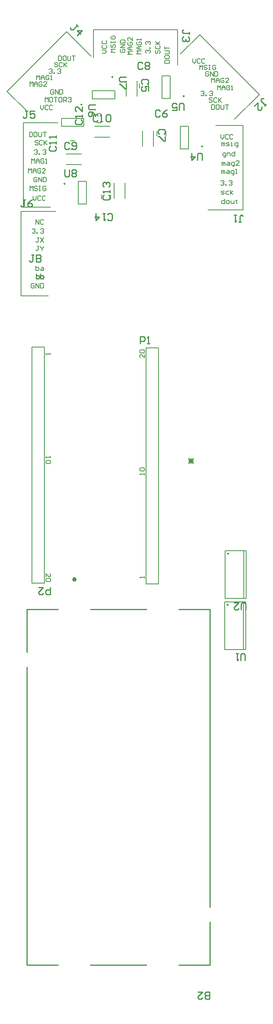
<source format=gbr>
G04*
G04 #@! TF.GenerationSoftware,Altium Limited,Altium Designer,22.11.1 (43)*
G04*
G04 Layer_Color=65535*
%FSLAX44Y44*%
%MOMM*%
G71*
G04*
G04 #@! TF.SameCoordinates,B6AE56F5-1224-44F4-9462-935C271CF011*
G04*
G04*
G04 #@! TF.FilePolarity,Positive*
G04*
G01*
G75*
%ADD10C,0.5000*%
%ADD11C,0.2500*%
%ADD12C,0.2000*%
%ADD13C,0.2540*%
%ADD14C,0.1524*%
D10*
X365150Y1132840D02*
G03*
X365150Y1132840I-2250J0D01*
G01*
D11*
X697250Y1078100D02*
G03*
X697250Y1078100I-1250J0D01*
G01*
X698250Y1188900D02*
G03*
X698250Y1188900I-1250J0D01*
G01*
X641750Y2070950D02*
G03*
X641750Y2070950I-1250J0D01*
G01*
X601750Y2179950D02*
G03*
X601750Y2179950I-1250J0D01*
G01*
X379300Y2161500D02*
G03*
X379300Y2161500I-1250J0D01*
G01*
X446650Y2221339D02*
G03*
X446650Y2221339I-1250J0D01*
G01*
X342750Y1990050D02*
G03*
X342750Y1990050I-1250J0D01*
G01*
X259570Y974850D02*
Y1068150D01*
X657370Y297550D02*
Y390850D01*
X259570Y297550D02*
X327470D01*
X589470D02*
X657370D01*
X259570Y1068150D02*
X327470D01*
X589470D02*
X657370D01*
X397780D02*
X519160D01*
X397780Y297550D02*
X519160D01*
X259570D02*
Y942850D01*
X657370Y422850D02*
Y1068150D01*
D12*
X670000Y2116000D02*
X729500D01*
Y1933000D02*
Y2116000D01*
X653500Y1933000D02*
X729500D01*
X270550Y1125000D02*
X297450D01*
Y1636000D01*
X270550D02*
X297450D01*
X270550Y1125000D02*
Y1636000D01*
X518550Y1634200D02*
X545450D01*
X518550Y1123200D02*
Y1634200D01*
Y1123200D02*
X545450D01*
Y1634200D01*
X498781Y2180110D02*
Y2213172D01*
X475219Y2180110D02*
Y2213172D01*
X542469Y2094515D02*
Y2103485D01*
X561531Y2094515D02*
Y2103485D01*
X534781Y2071110D02*
Y2104172D01*
X511219Y2071110D02*
Y2104172D01*
X504469Y2197515D02*
Y2206485D01*
X523531Y2197515D02*
Y2206485D01*
X345110Y2054781D02*
X378172D01*
X345110Y2031219D02*
X378172D01*
X406469Y2114781D02*
X439531D01*
X406469Y2091219D02*
X439531D01*
X354523Y2064469D02*
X363493D01*
X354523Y2083531D02*
X363493D01*
X411515Y2122469D02*
X420485D01*
X411515Y2141531D02*
X420485D01*
X449219Y1958469D02*
Y1991531D01*
X472781Y1958469D02*
Y1991531D01*
X441531Y1957515D02*
Y1966485D01*
X422469Y1957515D02*
Y1966485D01*
X710881Y2129785D02*
X764621Y2183525D01*
X635220Y2312926D02*
X764621Y2183525D01*
X593147Y2270853D02*
X635220Y2312926D01*
X587000Y2247500D02*
Y2323500D01*
X404000D02*
X587000D01*
X404000Y2264000D02*
Y2323500D01*
X345617Y2319763D02*
X399357Y2266023D01*
X216217Y2190362D02*
X345617Y2319763D01*
X216217Y2190362D02*
X258289Y2148289D01*
X251500Y2122000D02*
X327500D01*
X251500Y1939000D02*
Y2122000D01*
Y1939000D02*
X311000D01*
X246500Y1930000D02*
X322500D01*
X246500Y1747000D02*
Y1930000D01*
Y1747000D02*
X306000D01*
X730500Y980600D02*
Y1084600D01*
X689500Y1084600D02*
X735500D01*
X689500Y980600D02*
Y1084600D01*
Y980600D02*
X735500D01*
Y1084600D01*
X731500Y1091400D02*
Y1195400D01*
X690500Y1195400D02*
X736500D01*
X690500Y1091400D02*
Y1195400D01*
Y1091400D02*
X736500D01*
Y1195400D01*
X610790Y2065500D02*
Y2114500D01*
X593210D02*
X610790D01*
X593210Y2065500D02*
Y2114500D01*
Y2065500D02*
X610790D01*
X570790Y2174500D02*
Y2223500D01*
X553210D02*
X570790D01*
X553210Y2174500D02*
Y2223500D01*
Y2174500D02*
X570790D01*
X334500Y2131790D02*
X383500D01*
X334500Y2114210D02*
Y2131790D01*
Y2114210D02*
X383500D01*
Y2131790D01*
X401850Y2191630D02*
X450850D01*
X401850Y2174049D02*
Y2191630D01*
Y2174049D02*
X450850D01*
Y2191630D01*
X371210Y1946500D02*
Y1995500D01*
Y1946500D02*
X388790D01*
Y1995500D01*
X371210D02*
X388790D01*
X275665Y1772331D02*
X273998Y1773997D01*
X270666D01*
X269000Y1772331D01*
Y1765666D01*
X270666Y1764000D01*
X273998D01*
X275665Y1765666D01*
Y1768998D01*
X272332D01*
X278997Y1764000D02*
Y1773997D01*
X285661Y1764000D01*
Y1773997D01*
X288994D02*
Y1764000D01*
X293992D01*
X295658Y1765666D01*
Y1772331D01*
X293992Y1773997D01*
X288994D01*
X283664Y2082331D02*
X281998Y2083997D01*
X278666D01*
X277000Y2082331D01*
Y2080665D01*
X278666Y2078998D01*
X281998D01*
X283664Y2077332D01*
Y2075666D01*
X281998Y2074000D01*
X278666D01*
X277000Y2075666D01*
X293661Y2082331D02*
X291995Y2083997D01*
X288663D01*
X286997Y2082331D01*
Y2075666D01*
X288663Y2074000D01*
X291995D01*
X293661Y2075666D01*
X296994Y2083997D02*
Y2074000D01*
Y2077332D01*
X303658Y2083997D01*
X298660Y2078998D01*
X303658Y2074000D01*
X689665Y1956997D02*
Y1947000D01*
X684666D01*
X683000Y1948666D01*
Y1951998D01*
X684666Y1953665D01*
X689665D01*
X694663Y1947000D02*
X697995D01*
X699661Y1948666D01*
Y1951998D01*
X697995Y1953665D01*
X694663D01*
X692997Y1951998D01*
Y1948666D01*
X694663Y1947000D01*
X702994Y1953665D02*
Y1948666D01*
X704660Y1947000D01*
X709658D01*
Y1953665D01*
X714657Y1955331D02*
Y1953665D01*
X712990D01*
X716323D01*
X714657D01*
Y1948666D01*
X716323Y1947000D01*
X682000Y1967000D02*
X686998D01*
X688664Y1968666D01*
X686998Y1970332D01*
X683666D01*
X682000Y1971998D01*
X683666Y1973665D01*
X688664D01*
X698661D02*
X693663D01*
X691997Y1971998D01*
Y1968666D01*
X693663Y1967000D01*
X698661D01*
X701994D02*
Y1976997D01*
Y1970332D02*
X706992Y1973665D01*
X701994Y1970332D02*
X706992Y1967000D01*
X681000Y1995331D02*
X682666Y1996997D01*
X685998D01*
X687664Y1995331D01*
Y1993665D01*
X685998Y1991998D01*
X684332D01*
X685998D01*
X687664Y1990332D01*
Y1988666D01*
X685998Y1987000D01*
X682666D01*
X681000Y1988666D01*
X690997Y1987000D02*
Y1988666D01*
X692663D01*
Y1987000D01*
X690997D01*
X699327Y1995331D02*
X700993Y1996997D01*
X704326D01*
X705992Y1995331D01*
Y1993665D01*
X704326Y1991998D01*
X702660D01*
X704326D01*
X705992Y1990332D01*
Y1988666D01*
X704326Y1987000D01*
X700993D01*
X699327Y1988666D01*
X683000Y2012332D02*
Y2018997D01*
X684666D01*
X686332Y2017331D01*
Y2012332D01*
Y2017331D01*
X687998Y2018997D01*
X689665Y2017331D01*
Y2012332D01*
X694663Y2018997D02*
X697995D01*
X699661Y2017331D01*
Y2012332D01*
X694663D01*
X692997Y2013998D01*
X694663Y2015665D01*
X699661D01*
X706326Y2009000D02*
X707992D01*
X709658Y2010666D01*
Y2018997D01*
X704660D01*
X702994Y2017331D01*
Y2013998D01*
X704660Y2012332D01*
X709658D01*
X712990D02*
X716323D01*
X714657D01*
Y2022329D01*
X712990Y2020663D01*
X684000Y2030332D02*
Y2036997D01*
X685666D01*
X687332Y2035331D01*
Y2030332D01*
Y2035331D01*
X688998Y2036997D01*
X690665Y2035331D01*
Y2030332D01*
X695663Y2036997D02*
X698995D01*
X700661Y2035331D01*
Y2030332D01*
X695663D01*
X693997Y2031998D01*
X695663Y2033665D01*
X700661D01*
X707326Y2027000D02*
X708992D01*
X710658Y2028666D01*
Y2036997D01*
X705660D01*
X703994Y2035331D01*
Y2031998D01*
X705660Y2030332D01*
X710658D01*
X720655D02*
X713990D01*
X720655Y2036997D01*
Y2038663D01*
X718989Y2040329D01*
X715657D01*
X713990Y2038663D01*
X688332Y2047000D02*
X689998D01*
X691665Y2048666D01*
Y2056997D01*
X686666D01*
X685000Y2055331D01*
Y2051998D01*
X686666Y2050332D01*
X691665D01*
X694997D02*
Y2056997D01*
X699995D01*
X701661Y2055331D01*
Y2050332D01*
X711658Y2060329D02*
Y2050332D01*
X706660D01*
X704994Y2051998D01*
Y2055331D01*
X706660Y2056997D01*
X711658D01*
X683000Y2072332D02*
Y2078997D01*
X684666D01*
X686332Y2077331D01*
Y2072332D01*
Y2077331D01*
X687998Y2078997D01*
X689665Y2077331D01*
Y2072332D01*
X692997D02*
X697995D01*
X699661Y2073998D01*
X697995Y2075665D01*
X694663D01*
X692997Y2077331D01*
X694663Y2078997D01*
X699661D01*
X702994Y2072332D02*
X706326D01*
X704660D01*
Y2078997D01*
X702994D01*
X714657Y2069000D02*
X716323D01*
X717989Y2070666D01*
Y2078997D01*
X712990D01*
X711324Y2077331D01*
Y2073998D01*
X712990Y2072332D01*
X717989D01*
X681000Y2096997D02*
Y2090332D01*
X684332Y2087000D01*
X687664Y2090332D01*
Y2096997D01*
X697661Y2095331D02*
X695995Y2096997D01*
X692663D01*
X690997Y2095331D01*
Y2088666D01*
X692663Y2087000D01*
X695995D01*
X697661Y2088666D01*
X707658Y2095331D02*
X705992Y2096997D01*
X702660D01*
X700993Y2095331D01*
Y2088666D01*
X702660Y2087000D01*
X705992D01*
X707658Y2088666D01*
X638000Y2189331D02*
X639666Y2190997D01*
X642998D01*
X644665Y2189331D01*
Y2187664D01*
X642998Y2185998D01*
X641332D01*
X642998D01*
X644665Y2184332D01*
Y2182666D01*
X642998Y2181000D01*
X639666D01*
X638000Y2182666D01*
X647997Y2181000D02*
Y2182666D01*
X649663D01*
Y2181000D01*
X647997D01*
X656327Y2189331D02*
X657994Y2190997D01*
X661326D01*
X662992Y2189331D01*
Y2187664D01*
X661326Y2185998D01*
X659660D01*
X661326D01*
X662992Y2184332D01*
Y2182666D01*
X661326Y2181000D01*
X657994D01*
X656327Y2182666D01*
X662664Y2174331D02*
X660998Y2175997D01*
X657666D01*
X656000Y2174331D01*
Y2172664D01*
X657666Y2170998D01*
X660998D01*
X662664Y2169332D01*
Y2167666D01*
X660998Y2166000D01*
X657666D01*
X656000Y2167666D01*
X672661Y2174331D02*
X670995Y2175997D01*
X667663D01*
X665997Y2174331D01*
Y2167666D01*
X667663Y2166000D01*
X670995D01*
X672661Y2167666D01*
X675993Y2175997D02*
Y2166000D01*
Y2169332D01*
X682658Y2175997D01*
X677660Y2170998D01*
X682658Y2166000D01*
X661000Y2160997D02*
Y2151000D01*
X665998D01*
X667664Y2152666D01*
Y2159331D01*
X665998Y2160997D01*
X661000D01*
X675995D02*
X672663D01*
X670997Y2159331D01*
Y2152666D01*
X672663Y2151000D01*
X675995D01*
X677661Y2152666D01*
Y2159331D01*
X675995Y2160997D01*
X680994D02*
Y2152666D01*
X682660Y2151000D01*
X685992D01*
X687658Y2152666D01*
Y2160997D01*
X690990D02*
X697655D01*
X694323D01*
Y2151000D01*
X674000Y2193000D02*
Y2202997D01*
X677332Y2199664D01*
X680665Y2202997D01*
Y2193000D01*
X683997D02*
Y2199664D01*
X687329Y2202997D01*
X690661Y2199664D01*
Y2193000D01*
Y2197998D01*
X683997D01*
X700658Y2201331D02*
X698992Y2202997D01*
X695660D01*
X693994Y2201331D01*
Y2194666D01*
X695660Y2193000D01*
X698992D01*
X700658Y2194666D01*
Y2197998D01*
X697326D01*
X703990Y2193000D02*
X707323D01*
X705657D01*
Y2202997D01*
X703990Y2201331D01*
X661000Y2209000D02*
Y2218997D01*
X664332Y2215665D01*
X667664Y2218997D01*
Y2209000D01*
X670997D02*
Y2215665D01*
X674329Y2218997D01*
X677661Y2215665D01*
Y2209000D01*
Y2213998D01*
X670997D01*
X687658Y2217331D02*
X685992Y2218997D01*
X682660D01*
X680994Y2217331D01*
Y2210666D01*
X682660Y2209000D01*
X685992D01*
X687658Y2210666D01*
Y2213998D01*
X684326D01*
X697655Y2209000D02*
X690990D01*
X697655Y2215665D01*
Y2217331D01*
X695989Y2218997D01*
X692656D01*
X690990Y2217331D01*
X654665Y2231331D02*
X652998Y2232997D01*
X649666D01*
X648000Y2231331D01*
Y2224666D01*
X649666Y2223000D01*
X652998D01*
X654665Y2224666D01*
Y2227998D01*
X651332D01*
X657997Y2223000D02*
Y2232997D01*
X664661Y2223000D01*
Y2232997D01*
X667994D02*
Y2223000D01*
X672992D01*
X674658Y2224666D01*
Y2231331D01*
X672992Y2232997D01*
X667994D01*
X635000Y2237000D02*
Y2246997D01*
X638332Y2243665D01*
X641665Y2246997D01*
Y2237000D01*
X651661Y2245331D02*
X649995Y2246997D01*
X646663D01*
X644997Y2245331D01*
Y2243665D01*
X646663Y2241998D01*
X649995D01*
X651661Y2240332D01*
Y2238666D01*
X649995Y2237000D01*
X646663D01*
X644997Y2238666D01*
X654994Y2246997D02*
X658326D01*
X656660D01*
Y2237000D01*
X654994D01*
X658326D01*
X669989Y2245331D02*
X668323Y2246997D01*
X664990D01*
X663324Y2245331D01*
Y2238666D01*
X664990Y2237000D01*
X668323D01*
X669989Y2238666D01*
Y2241998D01*
X666656D01*
X620000Y2260997D02*
Y2254332D01*
X623332Y2251000D01*
X626665Y2254332D01*
Y2260997D01*
X636661Y2259331D02*
X634995Y2260997D01*
X631663D01*
X629997Y2259331D01*
Y2252666D01*
X631663Y2251000D01*
X634995D01*
X636661Y2252666D01*
X646658Y2259331D02*
X644992Y2260997D01*
X641660D01*
X639994Y2259331D01*
Y2252666D01*
X641660Y2251000D01*
X644992D01*
X646658Y2252666D01*
X559003Y2251000D02*
X569000D01*
Y2255998D01*
X567334Y2257664D01*
X560669D01*
X559003Y2255998D01*
Y2251000D01*
Y2265995D02*
Y2262663D01*
X560669Y2260997D01*
X567334D01*
X569000Y2262663D01*
Y2265995D01*
X567334Y2267661D01*
X560669D01*
X559003Y2265995D01*
Y2270994D02*
X567334D01*
X569000Y2272660D01*
Y2275992D01*
X567334Y2277658D01*
X559003D01*
Y2280990D02*
Y2287655D01*
Y2284323D01*
X569000D01*
X540669Y2278665D02*
X539003Y2276998D01*
Y2273666D01*
X540669Y2272000D01*
X542335D01*
X544002Y2273666D01*
Y2276998D01*
X545668Y2278665D01*
X547334D01*
X549000Y2276998D01*
Y2273666D01*
X547334Y2272000D01*
X540669Y2288661D02*
X539003Y2286995D01*
Y2283663D01*
X540669Y2281997D01*
X547334D01*
X549000Y2283663D01*
Y2286995D01*
X547334Y2288661D01*
X539003Y2291994D02*
X549000D01*
X545668D01*
X539003Y2298658D01*
X544002Y2293660D01*
X549000Y2298658D01*
X519669Y2273000D02*
X518003Y2274666D01*
Y2277998D01*
X519669Y2279664D01*
X521335D01*
X523002Y2277998D01*
Y2276332D01*
Y2277998D01*
X524668Y2279664D01*
X526334D01*
X528000Y2277998D01*
Y2274666D01*
X526334Y2273000D01*
X528000Y2282997D02*
X526334D01*
Y2284663D01*
X528000D01*
Y2282997D01*
X519669Y2291327D02*
X518003Y2292994D01*
Y2296326D01*
X519669Y2297992D01*
X521335D01*
X523002Y2296326D01*
Y2294660D01*
Y2296326D01*
X524668Y2297992D01*
X526334D01*
X528000Y2296326D01*
Y2292994D01*
X526334Y2291327D01*
X508000Y2271000D02*
X498003D01*
X501335Y2274332D01*
X498003Y2277664D01*
X508000D01*
Y2280997D02*
X501335D01*
X498003Y2284329D01*
X501335Y2287661D01*
X508000D01*
X503002D01*
Y2280997D01*
X499669Y2297658D02*
X498003Y2295992D01*
Y2292660D01*
X499669Y2290994D01*
X506334D01*
X508000Y2292660D01*
Y2295992D01*
X506334Y2297658D01*
X503002D01*
Y2294326D01*
X508000Y2300990D02*
Y2304323D01*
Y2302657D01*
X498003D01*
X499669Y2300990D01*
X489000Y2270000D02*
X479003D01*
X482336Y2273332D01*
X479003Y2276664D01*
X489000D01*
Y2279997D02*
X482336D01*
X479003Y2283329D01*
X482336Y2286661D01*
X489000D01*
X484002D01*
Y2279997D01*
X480669Y2296658D02*
X479003Y2294992D01*
Y2291660D01*
X480669Y2289994D01*
X487334D01*
X489000Y2291660D01*
Y2294992D01*
X487334Y2296658D01*
X484002D01*
Y2293326D01*
X489000Y2306655D02*
Y2299990D01*
X482336Y2306655D01*
X480669D01*
X479003Y2304989D01*
Y2301656D01*
X480669Y2299990D01*
X464669Y2281664D02*
X463003Y2279998D01*
Y2276666D01*
X464669Y2275000D01*
X471334D01*
X473000Y2276666D01*
Y2279998D01*
X471334Y2281664D01*
X468002D01*
Y2278332D01*
X473000Y2284997D02*
X463003D01*
X473000Y2291661D01*
X463003D01*
Y2294994D02*
X473000D01*
Y2299992D01*
X471334Y2301658D01*
X464669D01*
X463003Y2299992D01*
Y2294994D01*
X452000Y2275000D02*
X442003D01*
X445336Y2278332D01*
X442003Y2281664D01*
X452000D01*
X443669Y2291661D02*
X442003Y2289995D01*
Y2286663D01*
X443669Y2284997D01*
X445336D01*
X447002Y2286663D01*
Y2289995D01*
X448668Y2291661D01*
X450334D01*
X452000Y2289995D01*
Y2286663D01*
X450334Y2284997D01*
X442003Y2294993D02*
Y2298326D01*
Y2296660D01*
X452000D01*
Y2294993D01*
Y2298326D01*
X443669Y2309989D02*
X442003Y2308322D01*
Y2304990D01*
X443669Y2303324D01*
X450334D01*
X452000Y2304990D01*
Y2308322D01*
X450334Y2309989D01*
X447002D01*
Y2306656D01*
X423003Y2273000D02*
X429668D01*
X433000Y2276332D01*
X429668Y2279664D01*
X423003D01*
X424669Y2289661D02*
X423003Y2287995D01*
Y2284663D01*
X424669Y2282997D01*
X431334D01*
X433000Y2284663D01*
Y2287995D01*
X431334Y2289661D01*
X424669Y2299658D02*
X423003Y2297992D01*
Y2294660D01*
X424669Y2292994D01*
X431334D01*
X433000Y2294660D01*
Y2297992D01*
X431334Y2299658D01*
X328000Y2266997D02*
Y2257000D01*
X332998D01*
X334664Y2258666D01*
Y2265331D01*
X332998Y2266997D01*
X328000D01*
X342995D02*
X339663D01*
X337997Y2265331D01*
Y2258666D01*
X339663Y2257000D01*
X342995D01*
X344661Y2258666D01*
Y2265331D01*
X342995Y2266997D01*
X347994D02*
Y2258666D01*
X349660Y2257000D01*
X352992D01*
X354658Y2258666D01*
Y2266997D01*
X357990D02*
X364655D01*
X361323D01*
Y2257000D01*
X326665Y2251331D02*
X324998Y2252997D01*
X321666D01*
X320000Y2251331D01*
Y2249664D01*
X321666Y2247998D01*
X324998D01*
X326665Y2246332D01*
Y2244666D01*
X324998Y2243000D01*
X321666D01*
X320000Y2244666D01*
X336661Y2251331D02*
X334995Y2252997D01*
X331663D01*
X329997Y2251331D01*
Y2244666D01*
X331663Y2243000D01*
X334995D01*
X336661Y2244666D01*
X339994Y2252997D02*
Y2243000D01*
Y2246332D01*
X346658Y2252997D01*
X341660Y2247998D01*
X346658Y2243000D01*
X308000Y2237331D02*
X309666Y2238997D01*
X312998D01*
X314664Y2237331D01*
Y2235665D01*
X312998Y2233998D01*
X311332D01*
X312998D01*
X314664Y2232332D01*
Y2230666D01*
X312998Y2229000D01*
X309666D01*
X308000Y2230666D01*
X317997Y2229000D02*
Y2230666D01*
X319663D01*
Y2229000D01*
X317997D01*
X326327Y2237331D02*
X327994Y2238997D01*
X331326D01*
X332992Y2237331D01*
Y2235665D01*
X331326Y2233998D01*
X329660D01*
X331326D01*
X332992Y2232332D01*
Y2230666D01*
X331326Y2229000D01*
X327994D01*
X326327Y2230666D01*
X281000Y2215000D02*
Y2224997D01*
X284332Y2221664D01*
X287665Y2224997D01*
Y2215000D01*
X290997D02*
Y2221664D01*
X294329Y2224997D01*
X297661Y2221664D01*
Y2215000D01*
Y2219998D01*
X290997D01*
X307658Y2223331D02*
X305992Y2224997D01*
X302660D01*
X300994Y2223331D01*
Y2216666D01*
X302660Y2215000D01*
X305992D01*
X307658Y2216666D01*
Y2219998D01*
X304326D01*
X310990Y2215000D02*
X314323D01*
X312656D01*
Y2224997D01*
X310990Y2223331D01*
X266000Y2201000D02*
Y2210997D01*
X269332Y2207664D01*
X272665Y2210997D01*
Y2201000D01*
X275997D02*
Y2207664D01*
X279329Y2210997D01*
X282661Y2207664D01*
Y2201000D01*
Y2205998D01*
X275997D01*
X292658Y2209331D02*
X290992Y2210997D01*
X287660D01*
X285994Y2209331D01*
Y2202666D01*
X287660Y2201000D01*
X290992D01*
X292658Y2202666D01*
Y2205998D01*
X289326D01*
X302655Y2201000D02*
X295990D01*
X302655Y2207664D01*
Y2209331D01*
X300989Y2210997D01*
X297656D01*
X295990Y2209331D01*
X317665Y2192331D02*
X315998Y2193997D01*
X312666D01*
X311000Y2192331D01*
Y2185666D01*
X312666Y2184000D01*
X315998D01*
X317665Y2185666D01*
Y2188998D01*
X314332D01*
X320997Y2184000D02*
Y2193997D01*
X327661Y2184000D01*
Y2193997D01*
X330993D02*
Y2184000D01*
X335992D01*
X337658Y2185666D01*
Y2192331D01*
X335992Y2193997D01*
X330993D01*
X299000Y2167000D02*
Y2176997D01*
X302332Y2173665D01*
X305665Y2176997D01*
Y2167000D01*
X313995Y2176997D02*
X310663D01*
X308997Y2175331D01*
Y2168666D01*
X310663Y2167000D01*
X313995D01*
X315661Y2168666D01*
Y2175331D01*
X313995Y2176997D01*
X318993D02*
X325658D01*
X322326D01*
Y2167000D01*
X333989Y2176997D02*
X330657D01*
X328990Y2175331D01*
Y2168666D01*
X330657Y2167000D01*
X333989D01*
X335655Y2168666D01*
Y2175331D01*
X333989Y2176997D01*
X338987Y2167000D02*
Y2176997D01*
X343985D01*
X345652Y2175331D01*
Y2171998D01*
X343985Y2170332D01*
X338987D01*
X342319D02*
X345652Y2167000D01*
X348984Y2175331D02*
X350650Y2176997D01*
X353982D01*
X355648Y2175331D01*
Y2173665D01*
X353982Y2171998D01*
X352316D01*
X353982D01*
X355648Y2170332D01*
Y2168666D01*
X353982Y2167000D01*
X350650D01*
X348984Y2168666D01*
X289000Y2159997D02*
Y2153332D01*
X292332Y2150000D01*
X295665Y2153332D01*
Y2159997D01*
X305661Y2158331D02*
X303995Y2159997D01*
X300663D01*
X298997Y2158331D01*
Y2151666D01*
X300663Y2150000D01*
X303995D01*
X305661Y2151666D01*
X315658Y2158331D02*
X313992Y2159997D01*
X310660D01*
X308994Y2158331D01*
Y2151666D01*
X310660Y2150000D01*
X313992D01*
X315658Y2151666D01*
X265000Y2101997D02*
Y2092000D01*
X269998D01*
X271665Y2093666D01*
Y2100331D01*
X269998Y2101997D01*
X265000D01*
X279995D02*
X276663D01*
X274997Y2100331D01*
Y2093666D01*
X276663Y2092000D01*
X279995D01*
X281661Y2093666D01*
Y2100331D01*
X279995Y2101997D01*
X284994D02*
Y2093666D01*
X286660Y2092000D01*
X289992D01*
X291658Y2093666D01*
Y2101997D01*
X294990D02*
X301655D01*
X298323D01*
Y2092000D01*
X276000Y2062331D02*
X277666Y2063997D01*
X280998D01*
X282665Y2062331D01*
Y2060665D01*
X280998Y2058998D01*
X279332D01*
X280998D01*
X282665Y2057332D01*
Y2055666D01*
X280998Y2054000D01*
X277666D01*
X276000Y2055666D01*
X285997Y2054000D02*
Y2055666D01*
X287663D01*
Y2054000D01*
X285997D01*
X294327Y2062331D02*
X295994Y2063997D01*
X299326D01*
X300992Y2062331D01*
Y2060665D01*
X299326Y2058998D01*
X297660D01*
X299326D01*
X300992Y2057332D01*
Y2055666D01*
X299326Y2054000D01*
X295994D01*
X294327Y2055666D01*
X270000Y2034000D02*
Y2043997D01*
X273332Y2040665D01*
X276665Y2043997D01*
Y2034000D01*
X279997D02*
Y2040665D01*
X283329Y2043997D01*
X286661Y2040665D01*
Y2034000D01*
Y2038998D01*
X279997D01*
X296658Y2042331D02*
X294992Y2043997D01*
X291660D01*
X289994Y2042331D01*
Y2035666D01*
X291660Y2034000D01*
X294992D01*
X296658Y2035666D01*
Y2038998D01*
X293326D01*
X299990Y2034000D02*
X303323D01*
X301656D01*
Y2043997D01*
X299990Y2042331D01*
X263000Y2013000D02*
Y2022997D01*
X266332Y2019664D01*
X269664Y2022997D01*
Y2013000D01*
X272997D02*
Y2019664D01*
X276329Y2022997D01*
X279661Y2019664D01*
Y2013000D01*
Y2017998D01*
X272997D01*
X289658Y2021331D02*
X287992Y2022997D01*
X284660D01*
X282994Y2021331D01*
Y2014666D01*
X284660Y2013000D01*
X287992D01*
X289658Y2014666D01*
Y2017998D01*
X286326D01*
X299655Y2013000D02*
X292990D01*
X299655Y2019664D01*
Y2021331D01*
X297989Y2022997D01*
X294657D01*
X292990Y2021331D01*
X281665Y2002331D02*
X279998Y2003997D01*
X276666D01*
X275000Y2002331D01*
Y1995666D01*
X276666Y1994000D01*
X279998D01*
X281665Y1995666D01*
Y1998998D01*
X278332D01*
X284997Y1994000D02*
Y2003997D01*
X291661Y1994000D01*
Y2003997D01*
X294993D02*
Y1994000D01*
X299992D01*
X301658Y1995666D01*
Y2002331D01*
X299992Y2003997D01*
X294993D01*
X266000Y1975000D02*
Y1984997D01*
X269332Y1981664D01*
X272665Y1984997D01*
Y1975000D01*
X282661Y1983331D02*
X280995Y1984997D01*
X277663D01*
X275997Y1983331D01*
Y1981664D01*
X277663Y1979998D01*
X280995D01*
X282661Y1978332D01*
Y1976666D01*
X280995Y1975000D01*
X277663D01*
X275997Y1976666D01*
X285994Y1984997D02*
X289326D01*
X287660D01*
Y1975000D01*
X285994D01*
X289326D01*
X300989Y1983331D02*
X299323Y1984997D01*
X295990D01*
X294324Y1983331D01*
Y1976666D01*
X295990Y1975000D01*
X299323D01*
X300989Y1976666D01*
Y1979998D01*
X297656D01*
X273000Y1963997D02*
Y1957332D01*
X276332Y1954000D01*
X279664Y1957332D01*
Y1963997D01*
X289661Y1962331D02*
X287995Y1963997D01*
X284663D01*
X282997Y1962331D01*
Y1955666D01*
X284663Y1954000D01*
X287995D01*
X289661Y1955666D01*
X299658Y1962331D02*
X297992Y1963997D01*
X294660D01*
X292994Y1962331D01*
Y1955666D01*
X294660Y1954000D01*
X297992D01*
X299658Y1955666D01*
X279000Y1902000D02*
Y1911997D01*
X285665Y1902000D01*
Y1911997D01*
X295661Y1910331D02*
X293995Y1911997D01*
X290663D01*
X288997Y1910331D01*
Y1903666D01*
X290663Y1902000D01*
X293995D01*
X295661Y1903666D01*
X271000Y1891331D02*
X272666Y1892997D01*
X275998D01*
X277665Y1891331D01*
Y1889664D01*
X275998Y1887998D01*
X274332D01*
X275998D01*
X277665Y1886332D01*
Y1884666D01*
X275998Y1883000D01*
X272666D01*
X271000Y1884666D01*
X280997Y1883000D02*
Y1884666D01*
X282663D01*
Y1883000D01*
X280997D01*
X289327Y1891331D02*
X290994Y1892997D01*
X294326D01*
X295992Y1891331D01*
Y1889664D01*
X294326Y1887998D01*
X292660D01*
X294326D01*
X295992Y1886332D01*
Y1884666D01*
X294326Y1883000D01*
X290994D01*
X289327Y1884666D01*
X285665Y1872997D02*
X282332D01*
X283998D01*
Y1864666D01*
X282332Y1863000D01*
X280666D01*
X279000Y1864666D01*
X288997Y1872997D02*
X295661Y1863000D01*
Y1872997D02*
X288997Y1863000D01*
X285665Y1854997D02*
X282332D01*
X283998D01*
Y1846666D01*
X282332Y1845000D01*
X280666D01*
X279000Y1846666D01*
X288997Y1854997D02*
Y1853331D01*
X292329Y1849998D01*
X295661Y1853331D01*
Y1854997D01*
X292329Y1849998D02*
Y1845000D01*
X279000Y1811997D02*
Y1802000D01*
X283998D01*
X285665Y1803666D01*
Y1805332D01*
Y1806998D01*
X283998Y1808665D01*
X279000D01*
X290663D02*
X293995D01*
X295661Y1806998D01*
Y1802000D01*
X290663D01*
X288997Y1803666D01*
X290663Y1805332D01*
X295661D01*
D13*
X274697Y1835775D02*
X269618D01*
X272157D01*
Y1823079D01*
X269618Y1820540D01*
X267079D01*
X264540Y1823079D01*
X279775Y1835775D02*
Y1820540D01*
X287393D01*
X289932Y1823079D01*
Y1825618D01*
X287393Y1828158D01*
X279775D01*
X287393D01*
X289932Y1830697D01*
Y1833236D01*
X287393Y1835775D01*
X279775D01*
X279540Y1794537D02*
Y1784540D01*
X284538D01*
X286204Y1786206D01*
Y1787872D01*
Y1789538D01*
X284538Y1791205D01*
X279540D01*
X289537Y1794537D02*
Y1784540D01*
X294535D01*
X296201Y1786206D01*
Y1787872D01*
Y1789538D01*
X294535Y1791205D01*
X289537D01*
X611055Y1384491D02*
X621212Y1394648D01*
Y1384491D02*
X611055Y1394648D01*
X616133Y1384491D02*
Y1394648D01*
X621212Y1389569D02*
X611055D01*
X310035Y1115197D02*
Y1099962D01*
X302417D01*
X299878Y1102501D01*
Y1107579D01*
X302417Y1110119D01*
X310035D01*
X284643Y1115197D02*
X294800D01*
X284643Y1105040D01*
Y1102501D01*
X287182Y1099962D01*
X292261D01*
X294800Y1102501D01*
X505965Y1644003D02*
Y1659238D01*
X513582D01*
X516122Y1656699D01*
Y1651620D01*
X513582Y1649081D01*
X505965D01*
X521200Y1644003D02*
X526278D01*
X523739D01*
Y1659238D01*
X521200Y1656699D01*
X656927Y223906D02*
Y239141D01*
X649309D01*
X646770Y236602D01*
Y234063D01*
X649309Y231523D01*
X656927D01*
X649309D01*
X646770Y228984D01*
Y226445D01*
X649309Y223906D01*
X656927D01*
X631535Y239141D02*
X641692D01*
X631535Y228984D01*
Y226445D01*
X634074Y223906D01*
X639153D01*
X641692Y226445D01*
X521159Y2206423D02*
X523698Y2208962D01*
Y2214040D01*
X521159Y2216580D01*
X511002D01*
X508463Y2214040D01*
Y2208962D01*
X511002Y2206423D01*
X523698Y2191188D02*
Y2201344D01*
X516081D01*
X518620Y2196266D01*
Y2193727D01*
X516081Y2191188D01*
X511002D01*
X508463Y2193727D01*
Y2198805D01*
X511002Y2201344D01*
X549076Y2147891D02*
X546536Y2150430D01*
X541458D01*
X538919Y2147891D01*
Y2137734D01*
X541458Y2135195D01*
X546536D01*
X549076Y2137734D01*
X564311Y2150430D02*
X559232Y2147891D01*
X554154Y2142812D01*
Y2137734D01*
X556693Y2135195D01*
X561772D01*
X564311Y2137734D01*
Y2140273D01*
X561772Y2142812D01*
X554154D01*
X557159Y2097423D02*
X559698Y2099962D01*
Y2105040D01*
X557159Y2107580D01*
X547002D01*
X544463Y2105040D01*
Y2099962D01*
X547002Y2097423D01*
X559698Y2092345D02*
Y2082188D01*
X557159D01*
X547002Y2092345D01*
X544463D01*
X511076Y2250891D02*
X508536Y2253430D01*
X503458D01*
X500919Y2250891D01*
Y2240734D01*
X503458Y2238195D01*
X508536D01*
X511076Y2240734D01*
X516154Y2250891D02*
X518693Y2253430D01*
X523772D01*
X526311Y2250891D01*
Y2248352D01*
X523772Y2245813D01*
X526311Y2243273D01*
Y2240734D01*
X523772Y2238195D01*
X518693D01*
X516154Y2240734D01*
Y2243273D01*
X518693Y2245813D01*
X516154Y2248352D01*
Y2250891D01*
X518693Y2245813D02*
X523772D01*
X351858Y2077159D02*
X349319Y2079698D01*
X344241D01*
X341702Y2077159D01*
Y2067002D01*
X344241Y2064463D01*
X349319D01*
X351858Y2067002D01*
X356937D02*
X359476Y2064463D01*
X364554D01*
X367093Y2067002D01*
Y2077159D01*
X364554Y2079698D01*
X359476D01*
X356937Y2077159D01*
Y2074620D01*
X359476Y2072081D01*
X367093D01*
X413218Y2137159D02*
X410678Y2139698D01*
X405600D01*
X403061Y2137159D01*
Y2127002D01*
X405600Y2124463D01*
X410678D01*
X413218Y2127002D01*
X418296Y2124463D02*
X423374D01*
X420835D01*
Y2139698D01*
X418296Y2137159D01*
X430992D02*
X433531Y2139698D01*
X438610D01*
X441149Y2137159D01*
Y2127002D01*
X438610Y2124463D01*
X433531D01*
X430992Y2127002D01*
Y2137159D01*
X310117Y2071076D02*
X307578Y2068537D01*
Y2063458D01*
X310117Y2060919D01*
X320274D01*
X322813Y2063458D01*
Y2068537D01*
X320274Y2071076D01*
X322813Y2076154D02*
Y2081232D01*
Y2078693D01*
X307578D01*
X310117Y2076154D01*
X322813Y2088850D02*
Y2093928D01*
Y2091389D01*
X307578D01*
X310117Y2088850D01*
X367109Y2129076D02*
X364570Y2126537D01*
Y2121458D01*
X367109Y2118919D01*
X377266D01*
X379805Y2121458D01*
Y2126537D01*
X377266Y2129076D01*
X379805Y2134154D02*
Y2139232D01*
Y2136693D01*
X364570D01*
X367109Y2134154D01*
X379805Y2157007D02*
Y2146850D01*
X369648Y2157007D01*
X367109D01*
X364570Y2154467D01*
Y2149389D01*
X367109Y2146850D01*
X426841Y1965218D02*
X424302Y1962679D01*
Y1957600D01*
X426841Y1955061D01*
X436998D01*
X439537Y1957600D01*
Y1962679D01*
X436998Y1965218D01*
X439537Y1970296D02*
Y1975374D01*
Y1972835D01*
X424302D01*
X426841Y1970296D01*
Y1982992D02*
X424302Y1985531D01*
Y1990609D01*
X426841Y1993149D01*
X429380D01*
X431919Y1990609D01*
Y1988070D01*
Y1990609D01*
X434459Y1993149D01*
X436998D01*
X439537Y1990609D01*
Y1985531D01*
X436998Y1982992D01*
X434924Y1913109D02*
X437463Y1910570D01*
X442542D01*
X445081Y1913109D01*
Y1923266D01*
X442542Y1925805D01*
X437463D01*
X434924Y1923266D01*
X429846Y1925805D02*
X424768D01*
X427307D01*
Y1910570D01*
X429846Y1913109D01*
X409533Y1925805D02*
Y1910570D01*
X417150Y1918188D01*
X406993D01*
X719660Y1907410D02*
X724739D01*
X722199D01*
Y1920106D01*
X724739Y1922645D01*
X727278D01*
X729817Y1920106D01*
X714582Y1922645D02*
X709504D01*
X712043D01*
Y1907410D01*
X714582Y1909949D01*
X775758Y2158472D02*
X779349Y2162063D01*
X777553Y2160268D01*
X768576Y2169245D01*
Y2172836D01*
X770371Y2174632D01*
X773962D01*
X754212Y2158472D02*
X761394Y2165654D01*
Y2151290D01*
X763189Y2149495D01*
X766780D01*
X770371Y2153086D01*
Y2156677D01*
X612590Y2313660D02*
Y2318739D01*
Y2316199D01*
X599894D01*
X597355Y2318739D01*
Y2321278D01*
X599894Y2323817D01*
X610051Y2308582D02*
X612590Y2306043D01*
Y2300964D01*
X610051Y2298425D01*
X607512D01*
X604973Y2300964D01*
Y2303504D01*
Y2300964D01*
X602433Y2298425D01*
X599894D01*
X597355Y2300964D01*
Y2306043D01*
X599894Y2308582D01*
X370670Y2330900D02*
X367079Y2334491D01*
X368874Y2332695D01*
X359897Y2323718D01*
X356306D01*
X354510Y2325513D01*
Y2329104D01*
X368874Y2311150D02*
X379647Y2321923D01*
X368874D01*
X376056Y2314741D01*
X261340Y2147590D02*
X256261D01*
X258801D01*
Y2134894D01*
X256261Y2132355D01*
X253722D01*
X251183Y2134894D01*
X276575Y2147590D02*
X266418D01*
Y2139973D01*
X271496Y2142512D01*
X274036D01*
X276575Y2139973D01*
Y2134894D01*
X274036Y2132355D01*
X268957D01*
X266418Y2134894D01*
X256340Y1955590D02*
X251261D01*
X253801D01*
Y1942894D01*
X251261Y1940355D01*
X248722D01*
X246183Y1942894D01*
X271575Y1955590D02*
X266496Y1953051D01*
X261418Y1947973D01*
Y1942894D01*
X263957Y1940355D01*
X269036D01*
X271575Y1942894D01*
Y1945433D01*
X269036Y1947973D01*
X261418D01*
X734051Y956786D02*
Y969482D01*
X731512Y972021D01*
X726433D01*
X723894Y969482D01*
Y956786D01*
X718816Y972021D02*
X713738D01*
X716277D01*
Y956786D01*
X718816Y959325D01*
X735051Y1067586D02*
Y1080282D01*
X732512Y1082821D01*
X727433D01*
X724894Y1080282D01*
Y1067586D01*
X709659Y1082821D02*
X719816D01*
X709659Y1072664D01*
Y1070125D01*
X712198Y1067586D01*
X717277D01*
X719816Y1070125D01*
X640481Y2040602D02*
Y2053298D01*
X637942Y2055837D01*
X632864D01*
X630324Y2053298D01*
Y2040602D01*
X617628Y2055837D02*
Y2040602D01*
X625246Y2048219D01*
X615089D01*
X600481Y2149602D02*
Y2162298D01*
X597942Y2164837D01*
X592864D01*
X590324Y2162298D01*
Y2149602D01*
X575089D02*
X585246D01*
Y2157219D01*
X580168Y2154680D01*
X577628D01*
X575089Y2157219D01*
Y2162298D01*
X577628Y2164837D01*
X582707D01*
X585246Y2162298D01*
X408398Y2161481D02*
X395702D01*
X393163Y2158942D01*
Y2153863D01*
X395702Y2151324D01*
X408398D01*
Y2136089D02*
X405859Y2141167D01*
X400781Y2146246D01*
X395702D01*
X393163Y2143707D01*
Y2138628D01*
X395702Y2136089D01*
X398241D01*
X400781Y2138628D01*
Y2146246D01*
X475748Y2221320D02*
X463052D01*
X460513Y2218781D01*
Y2213703D01*
X463052Y2211164D01*
X475748D01*
Y2206085D02*
Y2195929D01*
X473209D01*
X463052Y2206085D01*
X460513D01*
X341519Y2020398D02*
Y2007702D01*
X344058Y2005163D01*
X349137D01*
X351676Y2007702D01*
Y2020398D01*
X356754Y2017859D02*
X359293Y2020398D01*
X364372D01*
X366911Y2017859D01*
Y2015320D01*
X364372Y2012780D01*
X366911Y2010241D01*
Y2007702D01*
X364372Y2005163D01*
X359293D01*
X356754Y2007702D01*
Y2010241D01*
X359293Y2012780D01*
X356754Y2015320D01*
Y2017859D01*
X359293Y2012780D02*
X364372D01*
D14*
X301000Y1399500D02*
Y1396114D01*
Y1397807D01*
X311157D01*
X309464Y1399500D01*
Y1391036D02*
X311157Y1389343D01*
Y1385958D01*
X309464Y1384265D01*
X302693D01*
X301000Y1385958D01*
Y1389343D01*
X302693Y1391036D01*
X309464D01*
X301000Y1623000D02*
Y1619614D01*
Y1621307D01*
X311157D01*
X309464Y1623000D01*
X301000Y1138729D02*
Y1145500D01*
X307771Y1138729D01*
X309464D01*
X311157Y1140422D01*
Y1143807D01*
X309464Y1145500D01*
Y1135343D02*
X311157Y1133651D01*
Y1130265D01*
X309464Y1128572D01*
X302693D01*
X301000Y1130265D01*
Y1133651D01*
X302693Y1135343D01*
X309464D01*
X515000Y1359700D02*
Y1363086D01*
Y1361393D01*
X504843D01*
X506536Y1359700D01*
Y1368164D02*
X504843Y1369857D01*
Y1373242D01*
X506536Y1374935D01*
X513307D01*
X515000Y1373242D01*
Y1369857D01*
X513307Y1368164D01*
X506536D01*
X515000Y1136200D02*
Y1139586D01*
Y1137893D01*
X504843D01*
X506536Y1136200D01*
X515000Y1620471D02*
Y1613700D01*
X508229Y1620471D01*
X506536D01*
X504843Y1618778D01*
Y1615393D01*
X506536Y1613700D01*
Y1623857D02*
X504843Y1625549D01*
Y1628935D01*
X506536Y1630628D01*
X513307D01*
X515000Y1628935D01*
Y1625549D01*
X513307Y1623857D01*
X506536D01*
M02*

</source>
